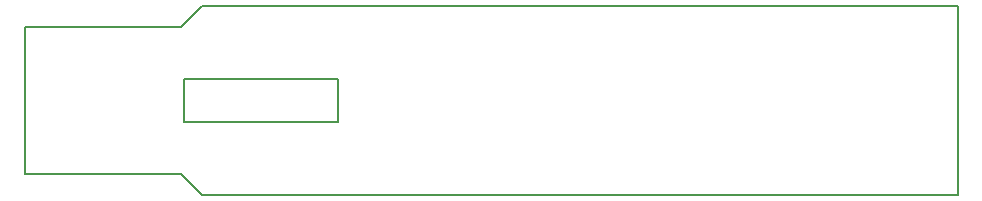
<source format=gbr>
%FSTAX23Y23*%
%MOMM*%
%SFA1B1*%

%IPPOS*%
%ADD39C,0.200000*%
%LNmicamp_mechanical_1-1*%
%LPD*%
G54D39*
X13499Y09799D02*
X26499D01*
X13499Y06199D02*
Y09799D01*
Y06199D02*
X26499D01*
Y09799*
X78999Y0D02*
Y15999D01*
X0Y01749D02*
Y14249D01*
X13249Y01749D02*
X14999Y0D01*
X13249Y14249D02*
X14999Y15999D01*
X78999*
X0Y01749D02*
X13249D01*
X0Y14249D02*
X13249D01*
X78999Y0D02*
Y15999D01*
X14999Y0D02*
X78999D01*
M02*
</source>
